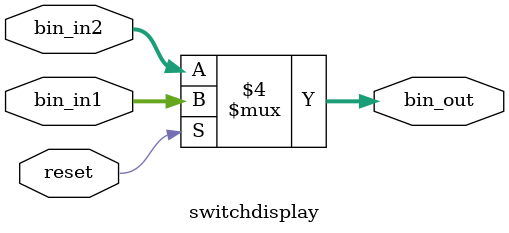
<source format=v>
module switchdisplay(reset, bin_in1, bin_in2, bin_out);
	input reset;
	input [15:0] bin_in1, bin_in2;
	output reg [15:0] bin_out;
	
	always @ (*) begin
		if(reset==0)
			bin_out<=bin_in2;
		else
			bin_out<=bin_in1;
	end
	
endmodule

</source>
